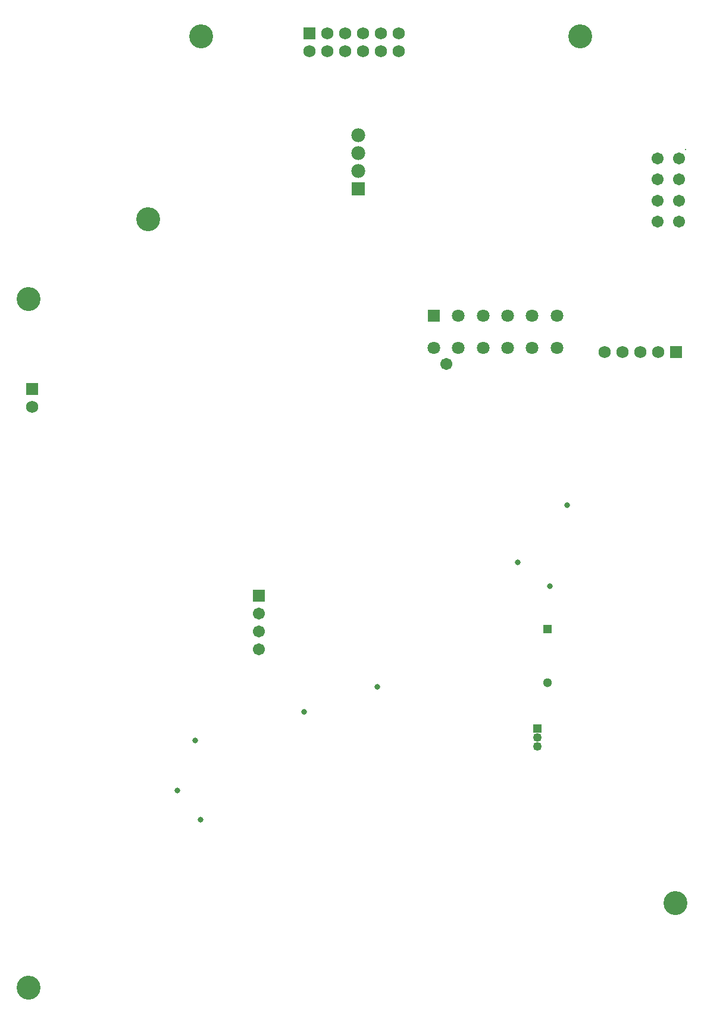
<source format=gbs>
G04*
G04 #@! TF.GenerationSoftware,Altium Limited,Altium Designer,23.1.1 (15)*
G04*
G04 Layer_Color=16711935*
%FSLAX44Y44*%
%MOMM*%
G71*
G04*
G04 #@! TF.SameCoordinates,789140C7-5683-4E61-8DB6-192B0B8D3B33*
G04*
G04*
G04 #@! TF.FilePolarity,Negative*
G04*
G01*
G75*
%ADD125R,1.3000X1.3000*%
%ADD126C,1.3000*%
%ADD127R,1.2532X1.2532*%
%ADD128C,1.2532*%
%ADD129C,1.7032*%
%ADD130C,0.2032*%
%ADD131R,1.7332X1.7332*%
%ADD132C,1.7332*%
%ADD133R,1.7032X1.7032*%
%ADD134C,1.8032*%
%ADD135R,1.8032X1.8032*%
%ADD136C,1.9812*%
%ADD137R,1.9812X1.9812*%
%ADD138C,3.4032*%
%ADD139R,1.7332X1.7332*%
%ADD140C,0.8032*%
D125*
X777848Y549556D02*
D03*
D126*
Y473556D02*
D03*
D127*
X763270Y407924D02*
D03*
D128*
Y395224D02*
D03*
Y382524D02*
D03*
D129*
X964960Y1158480D02*
D03*
Y1128480D02*
D03*
X934960D02*
D03*
Y1158480D02*
D03*
Y1188480D02*
D03*
Y1218480D02*
D03*
X964960D02*
D03*
Y1188480D02*
D03*
X367030Y520700D02*
D03*
Y546100D02*
D03*
Y571500D02*
D03*
X633775Y926852D02*
D03*
D130*
X974760Y1231280D02*
D03*
D131*
X960798Y942999D02*
D03*
X439002Y1396401D02*
D03*
D132*
X935398Y942999D02*
D03*
X909998D02*
D03*
X884598D02*
D03*
X859199D02*
D03*
X464402Y1396401D02*
D03*
X489802Y1371001D02*
D03*
X515201D02*
D03*
X489802Y1396401D02*
D03*
X515201Y1396401D02*
D03*
X540602Y1396401D02*
D03*
X566002D02*
D03*
X439002Y1371001D02*
D03*
X464402D02*
D03*
X540602D02*
D03*
X566002D02*
D03*
X44999Y865797D02*
D03*
D133*
X367030Y596900D02*
D03*
D134*
X791274Y949152D02*
D03*
X756274D02*
D03*
X721274D02*
D03*
X686274D02*
D03*
X651274D02*
D03*
X616274D02*
D03*
X791274Y995152D02*
D03*
X756274D02*
D03*
X721274D02*
D03*
X686274D02*
D03*
X651274D02*
D03*
D135*
X616274D02*
D03*
D136*
X508998Y1251801D02*
D03*
Y1226401D02*
D03*
Y1201001D02*
D03*
D137*
Y1175601D02*
D03*
D138*
X40000Y40000D02*
D03*
X40000Y1018500D02*
D03*
X210000Y1132000D02*
D03*
X285000Y1392000D02*
D03*
X960000Y160000D02*
D03*
X825000Y1392000D02*
D03*
D139*
X44999Y891197D02*
D03*
D140*
X251460Y320040D02*
D03*
X284227Y279147D02*
D03*
X276860Y391160D02*
D03*
X431800Y431800D02*
D03*
X535940Y467360D02*
D03*
X736092Y644144D02*
D03*
X805810Y725546D02*
D03*
X781050Y610362D02*
D03*
M02*

</source>
